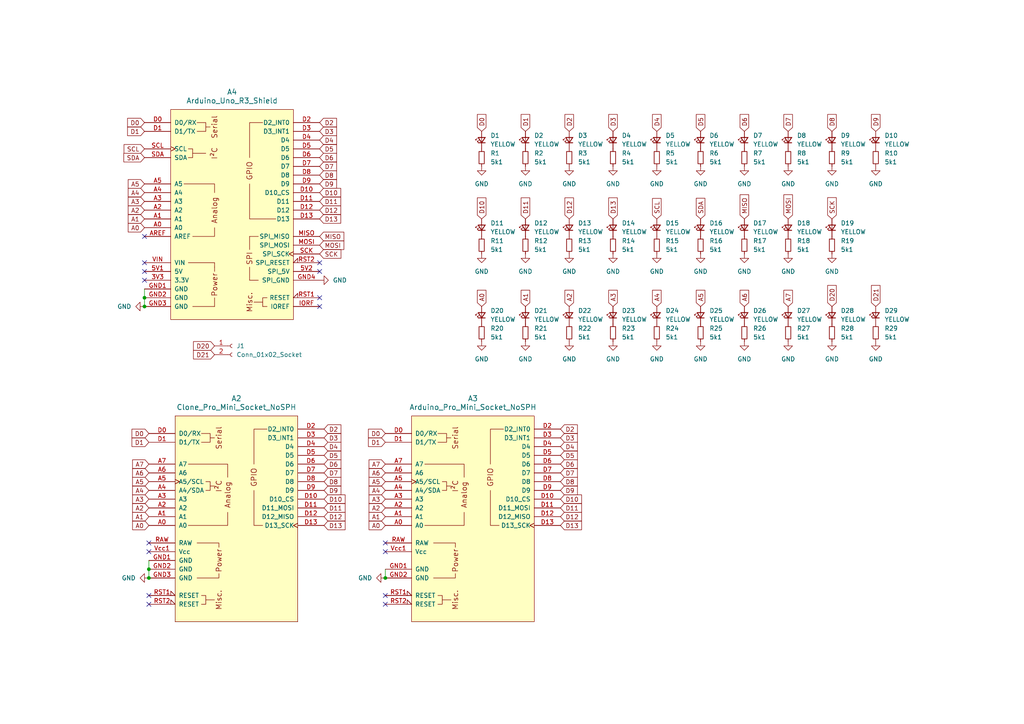
<source format=kicad_sch>
(kicad_sch (version 20230121) (generator eeschema)
  (paper "A4")
  (title_block (title "RP2040-PinTest-0010") (date "2023-11-27") (rev "1.0") (company "(c) Andriy Golvonya"))
  (lib_symbols
    (symbol "Connector:Conn_01x02_Socket" (pin_names (offset 1.016) hide)
      (property "Reference" "J" (at 0 2.54 0))
      (property "Value" "Conn_01x02_Socket" (at 0 -5.08 0))
      (symbol "Conn_01x02_Socket_1_1"
        (arc (start 0 -2.032) (mid -0.5058 -2.54) (end 0 -3.048) (stroke (width 0.1524)))
        (polyline (pts (xy -1.27 -2.54) (xy -0.508 -2.54)) (stroke (width 0.1524)))
        (polyline (pts (xy -1.27 0) (xy -0.508 0)) (stroke (width 0.1524)))
        (arc (start 0 0.508) (mid -0.5058 0) (end 0 -0.508) (stroke (width 0.1524)))
        (pin passive line (at -5.08 0 0) (length 3.81) (name "Pin_1") (number "1"))
        (pin passive line (at -5.08 -2.54 0) (length 3.81) (name "Pin_2") (number "2"))
      )
    )
    (symbol "Device:LED_Small" (pin_numbers hide) (pin_names (offset 0.254) hide)
      (property "Reference" "D" (at -1.27 3.175 0))
      (property "Value" "LED_Small" (at -4.445 -2.54 0))
      (symbol "LED_Small_0_1"
        (polyline (pts (xy -0.762 -1.016) (xy -0.762 1.016)) (stroke (width 0.254)))
        (polyline (pts (xy 1.016 0) (xy -0.762 0)))
        (polyline (pts (xy 0.762 -1.016) (xy -0.762 0) (xy 0.762 1.016) (xy 0.762 -1.016)) (stroke (width 0.254)))
        (polyline (pts (xy 0 0.762) (xy -0.508 1.27) (xy -0.254 1.27) (xy -0.508 1.27) (xy -0.508 1.016)))
        (polyline (pts (xy 0.508 1.27) (xy 0 1.778) (xy 0.254 1.778) (xy 0 1.778) (xy 0 1.524)))
      )
      (symbol "LED_Small_1_1"
        (pin passive line (at -2.54 0 0) (length 1.778) (name "K") (number "1"))
        (pin passive line (at 2.54 0 180) (length 1.778) (name "A") (number "2"))
      )
    )
    (symbol "Device:R_Small" (pin_numbers hide) (pin_names (offset 0.254) hide)
      (property "Reference" "R" (at 0.762 0.508 0))
      (property "Value" "R_Small" (at 0.762 -1.016 0))
      (symbol "R_Small_0_1"
        (rectangle (start -0.762 1.778) (end 0.762 -1.778) (stroke (width 0.2032)))
      )
      (symbol "R_Small_1_1"
        (pin passive line (at 0 2.54 270) (length 0.762) (name "~") (number "1"))
        (pin passive line (at 0 -2.54 90) (length 0.762) (name "~") (number "2"))
      )
    )
    (symbol "PCM_arduino-library:Arduino_Pro_Mini_Socket_NoSPH" (pin_names (offset 1.016))
      (property "Reference" "A" (at 0 36.83 0))
      (property "Value" "Arduino_Pro_Mini_Socket_NoSPH" (at 0 33.02 0))
      (symbol "Arduino_Pro_Mini_Socket_NoSPH_0_0"
        (rectangle (start -17.78 30.48) (end 17.78 -29.21) (fill (type background)))
        (polyline (pts (xy -7.62 10.16) (xy -6.35 10.16)))
        (polyline (pts (xy -7.62 24.13) (xy -6.35 24.13)))
        (polyline (pts (xy -6.35 -22.86) (xy -8.89 -22.86)))
        (polyline (pts (xy -11.43 -16.51) (xy -5.08 -16.51) (xy -5.08 -15.24)))
        (polyline (pts (xy -5.08 -7.62) (xy -5.08 -6.35) (xy -11.43 -6.35)))
        (polyline (pts (xy -2.54 2.54) (xy -2.54 -1.27) (xy -13.97 -1.27)))
        (polyline (pts (xy -2.54 12.7) (xy -2.54 16.51) (xy -13.97 16.51)))
        (polyline (pts (xy -10.16 25.4) (xy -7.62 25.4) (xy -7.62 22.86) (xy -10.16 22.86)))
        (polyline (pts (xy -8.89 11.43) (xy -7.62 11.43) (xy -7.62 8.89) (xy -8.89 8.89)))
        (text "Analog" (at -2.54 7.62 900) (effects (font (size 1.524 1.524))))
        (text "I²C" (at -5.08 10.16 900) (effects (font (size 1.524 1.524))))
        (text "Misc." (at -5.08 -22.86 900) (effects (font (size 1.524 1.524))))
        (text "Power" (at -5.08 -11.43 900) (effects (font (size 1.524 1.524))))
        (text "Serial" (at -5.08 24.13 900) (effects (font (size 1.524 1.524))))
      )
      (symbol "Arduino_Pro_Mini_Socket_NoSPH_0_1"
        (polyline (pts (xy 7.62 -1.27) (xy 5.08 -1.27) (xy 5.08 8.89)))
        (polyline (pts (xy 8.89 26.67) (xy 5.08 26.67) (xy 5.08 16.51)))
        (polyline (pts (xy -10.16 -24.13) (xy -8.89 -24.13) (xy -8.89 -21.59) (xy -10.16 -21.59)))
      )
      (symbol "Arduino_Pro_Mini_Socket_NoSPH_1_0"
        (text "GPIO" (at 5.08 12.7 900) (effects (font (size 1.524 1.524))))
      )
      (symbol "Arduino_Pro_Mini_Socket_NoSPH_1_1"
        (pin bidirectional line (at -25.4 -1.27 0) (length 7.62) (name "A0") (number "A0"))
        (pin bidirectional line (at -25.4 1.27 0) (length 7.62) (name "A1") (number "A1"))
        (pin bidirectional line (at -25.4 3.81 0) (length 7.62) (name "A2") (number "A2"))
        (pin bidirectional line (at -25.4 6.35 0) (length 7.62) (name "A3") (number "A3"))
        (pin bidirectional line (at -25.4 8.89 0) (length 7.62) (name "A4/SDA") (number "A4"))
        (pin bidirectional clock (at -25.4 11.43 0) (length 7.62) (name "A5/SCL") (number "A5"))
        (pin input line (at -25.4 13.97 0) (length 7.62) (name "A6") (number "A6"))
        (pin input line (at -25.4 16.51 0) (length 7.62) (name "A7") (number "A7"))
        (pin bidirectional line (at -25.4 25.4 0) (length 7.62) (name "D0/RX") (number "D0"))
        (pin bidirectional line (at -25.4 22.86 0) (length 7.62) (name "D1/TX") (number "D1"))
        (pin bidirectional line (at 25.4 6.35 180) (length 7.62) (name "D10_CS") (number "D10"))
        (pin bidirectional line (at 25.4 3.81 180) (length 7.62) (name "D11_MOSI") (number "D11"))
        (pin bidirectional line (at 25.4 1.27 180) (length 7.62) (name "D12_MISO") (number "D12"))
        (pin bidirectional clock (at 25.4 -1.27 180) (length 7.62) (name "D13_SCK") (number "D13"))
        (pin bidirectional line (at 25.4 26.67 180) (length 7.62) (name "D2_INT0") (number "D2"))
        (pin bidirectional line (at 25.4 24.13 180) (length 7.62) (name "D3_INT1") (number "D3"))
        (pin bidirectional line (at 25.4 21.59 180) (length 7.62) (name "D4") (number "D4"))
        (pin bidirectional line (at 25.4 19.05 180) (length 7.62) (name "D5") (number "D5"))
        (pin bidirectional line (at 25.4 16.51 180) (length 7.62) (name "D6") (number "D6"))
        (pin bidirectional line (at 25.4 13.97 180) (length 7.62) (name "D7") (number "D7"))
        (pin bidirectional line (at 25.4 11.43 180) (length 7.62) (name "D8") (number "D8"))
        (pin bidirectional line (at 25.4 8.89 180) (length 7.62) (name "D9") (number "D9"))
        (pin power_in line (at -25.4 -13.97 0) (length 7.62) (name "GND") (number "GND1"))
        (pin power_in line (at -25.4 -16.51 0) (length 7.62) (name "GND") (number "GND2"))
        (pin power_in line (at -25.4 -6.35 0) (length 7.62) (name "RAW") (number "RAW"))
        (pin open_collector input_low (at -25.4 -21.59 0) (length 7.62) (name "RESET") (number "RST1"))
        (pin open_collector input_low (at -25.4 -24.13 0) (length 7.62) (name "RESET") (number "RST2"))
        (pin power_in line (at -25.4 -8.89 0) (length 7.62) (name "Vcc") (number "Vcc1"))
      )
    )
    (symbol "PCM_arduino-library:Arduino_Uno_R3_Shield" (pin_names (offset 1.016))
      (property "Reference" "A" (at 0 36.83 0))
      (property "Value" "Arduino_Uno_R3_Shield" (at 0 33.02 0))
      (symbol "Arduino_Uno_R3_Shield_0_0"
        (rectangle (start -17.78 30.48) (end 17.78 -30.48) (fill (type background)))
        (rectangle (start -12.7 -13.97) (end -5.08 -13.97))
        (rectangle (start -11.43 -26.67) (end -5.08 -26.67))
        (polyline (pts (xy -11.43 17.78) (xy -7.62 17.78)))
        (polyline (pts (xy -7.62 25.4) (xy -6.35 25.4)))
        (polyline (pts (xy -5.08 -26.67) (xy -5.08 -24.13)))
        (polyline (pts (xy -5.08 -15.24) (xy -5.08 -16.51)))
        (polyline (pts (xy -5.08 -13.97) (xy -5.08 -15.24)))
        (polyline (pts (xy -5.08 -3.81) (xy -5.08 -6.35) (xy -11.43 -6.35)))
        (polyline (pts (xy -5.08 6.35) (xy -5.08 8.89) (xy -13.97 8.89)))
        (polyline (pts (xy 5.08 8.89) (xy 5.08 -1.27) (xy 12.7 -1.27)))
        (polyline (pts (xy 5.08 16.51) (xy 5.08 26.67) (xy 8.89 26.67)))
        (polyline (pts (xy -12.7 19.05) (xy -11.43 19.05) (xy -11.43 16.51) (xy -12.7 16.51)))
        (polyline (pts (xy -10.16 26.67) (xy -7.62 26.67) (xy -7.62 24.13) (xy -10.16 24.13)))
        (rectangle (start 5.08 -19.05) (end 5.08 -15.24))
        (rectangle (start 5.08 -19.05) (end 7.62 -19.05))
        (rectangle (start 5.08 -10.16) (end 5.08 -6.35))
        (rectangle (start 7.62 -6.35) (end 5.08 -6.35))
        (rectangle (start 8.89 -25.4) (end 6.35 -25.4))
        (rectangle (start 8.89 -24.13) (end 8.89 -26.67))
        (rectangle (start 10.16 -26.67) (end 8.89 -26.67))
        (rectangle (start 10.16 -24.13) (end 8.89 -24.13))
        (text "Analog" (at -5.08 1.27 900) (effects (font (size 1.524 1.524))))
        (text "I²C" (at -5.08 17.78 900) (effects (font (size 1.524 1.524))))
        (text "Misc." (at 5.08 -25.4 900) (effects (font (size 1.524 1.524))))
        (text "Power" (at -5.08 -20.32 900) (effects (font (size 1.524 1.524))))
        (text "Serial" (at -5.08 25.4 900) (effects (font (size 1.524 1.524))))
        (text "SPI" (at 5.08 -12.7 900) (effects (font (size 1.524 1.524))))
      )
      (symbol "Arduino_Uno_R3_Shield_1_0"
        (text "GPIO" (at 5.08 12.7 900) (effects (font (size 1.524 1.524))))
      )
      (symbol "Arduino_Uno_R3_Shield_1_1"
        (pin power_out line (at -25.4 -19.05 0) (length 7.62) (name "3.3V") (number "3V3"))
        (pin power_in line (at -25.4 -16.51 0) (length 7.62) (name "5V") (number "5V1"))
        (pin power_in line (at 25.4 -16.51 180) (length 7.62) (name "SPI_5V") (number "5V2"))
        (pin bidirectional line (at -25.4 -3.81 0) (length 7.62) (name "A0") (number "A0"))
        (pin bidirectional line (at -25.4 -1.27 0) (length 7.62) (name "A1") (number "A1"))
        (pin bidirectional line (at -25.4 1.27 0) (length 7.62) (name "A2") (number "A2"))
        (pin bidirectional line (at -25.4 3.81 0) (length 7.62) (name "A3") (number "A3"))
        (pin bidirectional line (at -25.4 6.35 0) (length 7.62) (name "A4") (number "A4"))
        (pin bidirectional line (at -25.4 8.89 0) (length 7.62) (name "A5") (number "A5"))
        (pin input line (at -25.4 -6.35 0) (length 7.62) (name "AREF") (number "AREF"))
        (pin bidirectional line (at -25.4 26.67 0) (length 7.62) (name "D0/RX") (number "D0"))
        (pin bidirectional line (at -25.4 24.13 0) (length 7.62) (name "D1/TX") (number "D1"))
        (pin bidirectional line (at 25.4 6.35 180) (length 7.62) (name "D10_CS") (number "D10"))
        (pin bidirectional line (at 25.4 3.81 180) (length 7.62) (name "D11") (number "D11"))
        (pin bidirectional line (at 25.4 1.27 180) (length 7.62) (name "D12") (number "D12"))
        (pin bidirectional line (at 25.4 -1.27 180) (length 7.62) (name "D13") (number "D13"))
        (pin bidirectional line (at 25.4 26.67 180) (length 7.62) (name "D2_INT0") (number "D2"))
        (pin bidirectional line (at 25.4 24.13 180) (length 7.62) (name "D3_INT1") (number "D3"))
        (pin bidirectional line (at 25.4 21.59 180) (length 7.62) (name "D4") (number "D4"))
        (pin bidirectional line (at 25.4 19.05 180) (length 7.62) (name "D5") (number "D5"))
        (pin bidirectional line (at 25.4 16.51 180) (length 7.62) (name "D6") (number "D6"))
        (pin bidirectional line (at 25.4 13.97 180) (length 7.62) (name "D7") (number "D7"))
        (pin bidirectional line (at 25.4 11.43 180) (length 7.62) (name "D8") (number "D8"))
        (pin bidirectional line (at 25.4 8.89 180) (length 7.62) (name "D9") (number "D9"))
        (pin power_in line (at -25.4 -21.59 0) (length 7.62) (name "GND") (number "GND1"))
        (pin power_in line (at -25.4 -24.13 0) (length 7.62) (name "GND") (number "GND2"))
        (pin power_in line (at -25.4 -26.67 0) (length 7.62) (name "GND") (number "GND3"))
        (pin power_in line (at 25.4 -19.05 180) (length 7.62) (name "SPI_GND") (number "GND4"))
        (pin output line (at 25.4 -26.67 180) (length 7.62) (name "IOREF") (number "IORF"))
        (pin input line (at 25.4 -6.35 180) (length 7.62) (name "SPI_MISO") (number "MISO"))
        (pin output line (at 25.4 -8.89 180) (length 7.62) (name "SPI_MOSI") (number "MOSI"))
        (pin open_collector input_low (at 25.4 -24.13 180) (length 7.62) (name "RESET") (number "RST1"))
        (pin open_collector input_low (at 25.4 -13.97 180) (length 7.62) (name "SPI_RESET") (number "RST2"))
        (pin output clock (at 25.4 -11.43 180) (length 7.62) (name "SPI_SCK") (number "SCK"))
        (pin bidirectional clock (at -25.4 19.05 0) (length 7.62) (name "SCL") (number "SCL"))
        (pin bidirectional line (at -25.4 16.51 0) (length 7.62) (name "SDA") (number "SDA"))
        (pin power_in line (at -25.4 -13.97 0) (length 7.62) (name "VIN") (number "VIN"))
      )
    )
    (symbol "PCM_arduino-library:Clone_Pro_Mini_Socket_NoSPH" (pin_names (offset 1.016))
      (property "Reference" "A" (at 0 36.83 0))
      (property "Value" "Clone_Pro_Mini_Socket_NoSPH" (at 0 33.02 0))
      (symbol "Clone_Pro_Mini_Socket_NoSPH_0_0"
        (rectangle (start -17.78 30.48) (end 17.78 -29.21) (fill (type background)))
        (polyline (pts (xy -7.62 10.16) (xy -6.35 10.16)))
        (polyline (pts (xy -7.62 24.13) (xy -6.35 24.13)))
        (polyline (pts (xy -6.35 -22.86) (xy -8.89 -22.86)))
        (polyline (pts (xy -11.43 -16.51) (xy -5.08 -16.51) (xy -5.08 -15.24)))
        (polyline (pts (xy -5.08 -7.62) (xy -5.08 -6.35) (xy -11.43 -6.35)))
        (polyline (pts (xy -2.54 2.54) (xy -2.54 -1.27) (xy -13.97 -1.27)))
        (polyline (pts (xy -2.54 12.7) (xy -2.54 16.51) (xy -13.97 16.51)))
        (polyline (pts (xy -10.16 25.4) (xy -7.62 25.4) (xy -7.62 22.86) (xy -10.16 22.86)))
        (polyline (pts (xy -8.89 11.43) (xy -7.62 11.43) (xy -7.62 8.89) (xy -8.89 8.89)))
        (text "Analog" (at -2.54 7.62 900) (effects (font (size 1.524 1.524))))
        (text "I²C" (at -5.08 10.16 900) (effects (font (size 1.524 1.524))))
        (text "Misc." (at -5.08 -22.86 900) (effects (font (size 1.524 1.524))))
        (text "Power" (at -5.08 -11.43 900) (effects (font (size 1.524 1.524))))
        (text "Serial" (at -5.08 24.13 900) (effects (font (size 1.524 1.524))))
      )
      (symbol "Clone_Pro_Mini_Socket_NoSPH_0_1"
        (polyline (pts (xy 7.62 -1.27) (xy 5.08 -1.27) (xy 5.08 8.89)))
        (polyline (pts (xy 8.89 26.67) (xy 5.08 26.67) (xy 5.08 16.51)))
        (polyline (pts (xy -10.16 -24.13) (xy -8.89 -24.13) (xy -8.89 -21.59) (xy -10.16 -21.59)))
      )
      (symbol "Clone_Pro_Mini_Socket_NoSPH_1_0"
        (text "GPIO" (at 5.08 12.7 900) (effects (font (size 1.524 1.524))))
      )
      (symbol "Clone_Pro_Mini_Socket_NoSPH_1_1"
        (pin bidirectional line (at -25.4 -1.27 0) (length 7.62) (name "A0") (number "A0"))
        (pin bidirectional line (at -25.4 1.27 0) (length 7.62) (name "A1") (number "A1"))
        (pin bidirectional line (at -25.4 3.81 0) (length 7.62) (name "A2") (number "A2"))
        (pin bidirectional line (at -25.4 6.35 0) (length 7.62) (name "A3") (number "A3"))
        (pin bidirectional line (at -25.4 8.89 0) (length 7.62) (name "A4/SDA") (number "A4"))
        (pin bidirectional clock (at -25.4 11.43 0) (length 7.62) (name "A5/SCL") (number "A5"))
        (pin input line (at -25.4 13.97 0) (length 7.62) (name "A6") (number "A6"))
        (pin input line (at -25.4 16.51 0) (length 7.62) (name "A7") (number "A7"))
        (pin bidirectional line (at -25.4 25.4 0) (length 7.62) (name "D0/RX") (number "D0"))
        (pin bidirectional line (at -25.4 22.86 0) (length 7.62) (name "D1/TX") (number "D1"))
        (pin bidirectional line (at 25.4 6.35 180) (length 7.62) (name "D10_CS") (number "D10"))
        (pin bidirectional line (at 25.4 3.81 180) (length 7.62) (name "D11_MOSI") (number "D11"))
        (pin bidirectional line (at 25.4 1.27 180) (length 7.62) (name "D12_MISO") (number "D12"))
        (pin bidirectional clock (at 25.4 -1.27 180) (length 7.62) (name "D13_SCK") (number "D13"))
        (pin bidirectional line (at 25.4 26.67 180) (length 7.62) (name "D2_INT0") (number "D2"))
        (pin bidirectional line (at 25.4 24.13 180) (length 7.62) (name "D3_INT1") (number "D3"))
        (pin bidirectional line (at 25.4 21.59 180) (length 7.62) (name "D4") (number "D4"))
        (pin bidirectional line (at 25.4 19.05 180) (length 7.62) (name "D5") (number "D5"))
        (pin bidirectional line (at 25.4 16.51 180) (length 7.62) (name "D6") (number "D6"))
        (pin bidirectional line (at 25.4 13.97 180) (length 7.62) (name "D7") (number "D7"))
        (pin bidirectional line (at 25.4 11.43 180) (length 7.62) (name "D8") (number "D8"))
        (pin bidirectional line (at 25.4 8.89 180) (length 7.62) (name "D9") (number "D9"))
        (pin power_in line (at -25.4 -11.43 0) (length 7.62) (name "GND") (number "GND1"))
        (pin power_in line (at -25.4 -13.97 0) (length 7.62) (name "GND") (number "GND2"))
        (pin power_in line (at -25.4 -16.51 0) (length 7.62) (name "GND") (number "GND3"))
        (pin power_in line (at -25.4 -6.35 0) (length 7.62) (name "RAW") (number "RAW"))
        (pin open_collector input_low (at -25.4 -21.59 0) (length 7.62) (name "RESET") (number "RST1"))
        (pin open_collector input_low (at -25.4 -24.13 0) (length 7.62) (name "RESET") (number "RST2"))
        (pin power_in line (at -25.4 -8.89 0) (length 7.62) (name "Vcc") (number "Vcc1"))
      )
    )
    (symbol "power:GND" (power) (pin_names (offset 0))
      (property "Value" "GND" (at 0 -3.81 0))
      (symbol "GND_0_1"
        (polyline (pts (xy 0 0) (xy 0 -1.27) (xy 1.27 -1.27) (xy 0 -2.54) (xy -1.27 -1.27) (xy 0 -1.27)))
      )
      (symbol "GND_1_1"
        (pin power_in line (at 0 0 270) (length 0) hide (name "GND") (number "1"))
      )
    )
  )
  (junction (at 111.76 167.64))
  (junction (at 43.18 165.1))
  (junction (at 41.91 88.9))
  (junction (at 41.91 86.36))
  (junction (at 43.18 167.64))
  (no_connect (at 41.91 76.2))
  (no_connect (at 43.18 175.26))
  (no_connect (at 111.76 157.48))
  (no_connect (at 111.76 175.26))
  (no_connect (at 92.71 78.74))
  (no_connect (at 41.91 68.58))
  (no_connect (at 111.76 172.72))
  (no_connect (at 111.76 160.02))
  (no_connect (at 92.71 88.9))
  (no_connect (at 41.91 78.74))
  (no_connect (at 92.71 76.2))
  (no_connect (at 43.18 160.02))
  (no_connect (at 41.91 81.28))
  (no_connect (at 92.71 86.36))
  (no_connect (at 43.18 157.48))
  (no_connect (at 43.18 172.72))
  (wire (pts (xy 43.18 165.1) (xy 43.18 167.64)))
  (wire (pts (xy 41.91 83.82) (xy 41.91 86.36)))
  (wire (pts (xy 41.91 86.36) (xy 41.91 88.9)))
  (wire (pts (xy 111.76 165.1) (xy 111.76 167.64)))
  (wire (pts (xy 43.18 162.56) (xy 43.18 165.1)))
  (global_label "A3" (shape input) (at 177.8 88.9 90) (property "Intersheetrefs" "${INTERSHEET_REFS}" (effects hide)))
  (global_label "D4" (shape input) (at 162.56 129.54 0) (property "Intersheetrefs" "${INTERSHEET_REFS}" (effects hide)))
  (global_label "A2" (shape input) (at 111.76 147.32 180) (property "Intersheetrefs" "${INTERSHEET_REFS}" (effects hide)))
  (global_label "A0" (shape input) (at 41.91 66.04 180) (property "Intersheetrefs" "${INTERSHEET_REFS}" (effects hide)))
  (global_label "D10" (shape input) (at 92.71 55.88 0) (property "Intersheetrefs" "${INTERSHEET_REFS}" (effects hide)))
  (global_label "D10" (shape input) (at 162.56 144.78 0) (property "Intersheetrefs" "${INTERSHEET_REFS}" (effects hide)))
  (global_label "D7" (shape input) (at 162.56 137.16 0) (property "Intersheetrefs" "${INTERSHEET_REFS}" (effects hide)))
  (global_label "D8" (shape input) (at 92.71 50.8 0) (property "Intersheetrefs" "${INTERSHEET_REFS}" (effects hide)))
  (global_label "A4" (shape input) (at 190.5 88.9 90) (property "Intersheetrefs" "${INTERSHEET_REFS}" (effects hide)))
  (global_label "D8" (shape input) (at 93.98 139.7 0) (property "Intersheetrefs" "${INTERSHEET_REFS}" (effects hide)))
  (global_label "D11" (shape input) (at 162.56 147.32 0) (property "Intersheetrefs" "${INTERSHEET_REFS}" (effects hide)))
  (global_label "A6" (shape input) (at 43.18 137.16 180) (property "Intersheetrefs" "${INTERSHEET_REFS}" (effects hide)))
  (global_label "D7" (shape input) (at 228.6 38.1 90) (property "Intersheetrefs" "${INTERSHEET_REFS}" (effects hide)))
  (global_label "A2" (shape input) (at 41.91 60.96 180) (property "Intersheetrefs" "${INTERSHEET_REFS}" (effects hide)))
  (global_label "A0" (shape input) (at 43.18 152.4 180) (property "Intersheetrefs" "${INTERSHEET_REFS}" (effects hide)))
  (global_label "D8" (shape input) (at 241.3 38.1 90) (property "Intersheetrefs" "${INTERSHEET_REFS}" (effects hide)))
  (global_label "D9" (shape input) (at 162.56 142.24 0) (property "Intersheetrefs" "${INTERSHEET_REFS}" (effects hide)))
  (global_label "A3" (shape input) (at 111.76 144.78 180) (property "Intersheetrefs" "${INTERSHEET_REFS}" (effects hide)))
  (global_label "D11" (shape input) (at 93.98 147.32 0) (property "Intersheetrefs" "${INTERSHEET_REFS}" (effects hide)))
  (global_label "D9" (shape input) (at 92.71 53.34 0) (property "Intersheetrefs" "${INTERSHEET_REFS}" (effects hide)))
  (global_label "A3" (shape input) (at 43.18 144.78 180) (property "Intersheetrefs" "${INTERSHEET_REFS}" (effects hide)))
  (global_label "D6" (shape input) (at 215.9 38.1 90) (property "Intersheetrefs" "${INTERSHEET_REFS}" (effects hide)))
  (global_label "SDA" (shape input) (at 203.2 63.5 90) (property "Intersheetrefs" "${INTERSHEET_REFS}" (effects hide)))
  (global_label "D0" (shape input) (at 43.18 125.73 180) (property "Intersheetrefs" "${INTERSHEET_REFS}" (effects hide)))
  (global_label "D0" (shape input) (at 41.91 35.56 180) (property "Intersheetrefs" "${INTERSHEET_REFS}" (effects hide)))
  (global_label "D9" (shape input) (at 254 38.1 90) (property "Intersheetrefs" "${INTERSHEET_REFS}" (effects hide)))
  (global_label "A1" (shape input) (at 111.76 149.86 180) (property "Intersheetrefs" "${INTERSHEET_REFS}" (effects hide)))
  (global_label "D12" (shape input) (at 162.56 149.86 0) (property "Intersheetrefs" "${INTERSHEET_REFS}" (effects hide)))
  (global_label "SDA" (shape input) (at 41.91 45.72 180) (property "Intersheetrefs" "${INTERSHEET_REFS}" (effects hide)))
  (global_label "A1" (shape input) (at 152.4 88.9 90) (property "Intersheetrefs" "${INTERSHEET_REFS}" (effects hide)))
  (global_label "A1" (shape input) (at 41.91 63.5 180) (property "Intersheetrefs" "${INTERSHEET_REFS}" (effects hide)))
  (global_label "D6" (shape input) (at 162.56 134.62 0) (property "Intersheetrefs" "${INTERSHEET_REFS}" (effects hide)))
  (global_label "D12" (shape input) (at 165.1 63.5 90) (property "Intersheetrefs" "${INTERSHEET_REFS}" (effects hide)))
  (global_label "D6" (shape input) (at 92.71 45.72 0) (property "Intersheetrefs" "${INTERSHEET_REFS}" (effects hide)))
  (global_label "SCL" (shape input) (at 190.5 63.5 90) (property "Intersheetrefs" "${INTERSHEET_REFS}" (effects hide)))
  (global_label "D11" (shape input) (at 92.71 58.42 0) (property "Intersheetrefs" "${INTERSHEET_REFS}" (effects hide)))
  (global_label "D20" (shape input) (at 241.3 88.9 90) (property "Intersheetrefs" "${INTERSHEET_REFS}" (effects hide)))
  (global_label "D9" (shape input) (at 93.98 142.24 0) (property "Intersheetrefs" "${INTERSHEET_REFS}" (effects hide)))
  (global_label "MOSI" (shape input) (at 92.71 71.12 0) (property "Intersheetrefs" "${INTERSHEET_REFS}" (effects hide)))
  (global_label "D1" (shape input) (at 111.76 128.27 180) (property "Intersheetrefs" "${INTERSHEET_REFS}" (effects hide)))
  (global_label "A4" (shape input) (at 43.18 142.24 180) (property "Intersheetrefs" "${INTERSHEET_REFS}" (effects hide)))
  (global_label "D13" (shape input) (at 92.71 63.5 0) (property "Intersheetrefs" "${INTERSHEET_REFS}" (effects hide)))
  (global_label "D0" (shape input) (at 111.76 125.73 180) (property "Intersheetrefs" "${INTERSHEET_REFS}" (effects hide)))
  (global_label "D7" (shape input) (at 92.71 48.26 0) (property "Intersheetrefs" "${INTERSHEET_REFS}" (effects hide)))
  (global_label "D13" (shape input) (at 177.8 63.5 90) (property "Intersheetrefs" "${INTERSHEET_REFS}" (effects hide)))
  (global_label "A4" (shape input) (at 111.76 142.24 180) (property "Intersheetrefs" "${INTERSHEET_REFS}" (effects hide)))
  (global_label "D3" (shape input) (at 162.56 127 0) (property "Intersheetrefs" "${INTERSHEET_REFS}" (effects hide)))
  (global_label "A5" (shape input) (at 41.91 53.34 180) (property "Intersheetrefs" "${INTERSHEET_REFS}" (effects hide)))
  (global_label "A6" (shape input) (at 111.76 137.16 180) (property "Intersheetrefs" "${INTERSHEET_REFS}" (effects hide)))
  (global_label "A0" (shape input) (at 139.7 88.9 90) (property "Intersheetrefs" "${INTERSHEET_REFS}" (effects hide)))
  (global_label "D5" (shape input) (at 93.98 132.08 0) (property "Intersheetrefs" "${INTERSHEET_REFS}" (effects hide)))
  (global_label "A5" (shape input) (at 43.18 139.7 180) (property "Intersheetrefs" "${INTERSHEET_REFS}" (effects hide)))
  (global_label "D10" (shape input) (at 139.7 63.5 90) (property "Intersheetrefs" "${INTERSHEET_REFS}" (effects hide)))
  (global_label "D6" (shape input) (at 93.98 134.62 0) (property "Intersheetrefs" "${INTERSHEET_REFS}" (effects hide)))
  (global_label "D8" (shape input) (at 162.56 139.7 0) (property "Intersheetrefs" "${INTERSHEET_REFS}" (effects hide)))
  (global_label "A1" (shape input) (at 43.18 149.86 180) (property "Intersheetrefs" "${INTERSHEET_REFS}" (effects hide)))
  (global_label "D4" (shape input) (at 93.98 129.54 0) (property "Intersheetrefs" "${INTERSHEET_REFS}" (effects hide)))
  (global_label "A2" (shape input) (at 43.18 147.32 180) (property "Intersheetrefs" "${INTERSHEET_REFS}" (effects hide)))
  (global_label "D21" (shape input) (at 254 88.9 90) (property "Intersheetrefs" "${INTERSHEET_REFS}" (effects hide)))
  (global_label "D1" (shape input) (at 43.18 128.27 180) (property "Intersheetrefs" "${INTERSHEET_REFS}" (effects hide)))
  (global_label "D12" (shape input) (at 92.71 60.96 0) (property "Intersheetrefs" "${INTERSHEET_REFS}" (effects hide)))
  (global_label "A7" (shape input) (at 111.76 134.62 180) (property "Intersheetrefs" "${INTERSHEET_REFS}" (effects hide)))
  (global_label "D13" (shape input) (at 93.98 152.4 0) (property "Intersheetrefs" "${INTERSHEET_REFS}" (effects hide)))
  (global_label "D5" (shape input) (at 203.2 38.1 90) (property "Intersheetrefs" "${INTERSHEET_REFS}" (effects hide)))
  (global_label "MOSI" (shape input) (at 228.6 63.5 90) (property "Intersheetrefs" "${INTERSHEET_REFS}" (effects hide)))
  (global_label "D1" (shape input) (at 41.91 38.1 180) (property "Intersheetrefs" "${INTERSHEET_REFS}" (effects hide)))
  (global_label "D4" (shape input) (at 92.71 40.64 0) (property "Intersheetrefs" "${INTERSHEET_REFS}" (effects hide)))
  (global_label "A5" (shape input) (at 203.2 88.9 90) (property "Intersheetrefs" "${INTERSHEET_REFS}" (effects hide)))
  (global_label "D13" (shape input) (at 162.56 152.4 0) (property "Intersheetrefs" "${INTERSHEET_REFS}" (effects hide)))
  (global_label "D4" (shape input) (at 190.5 38.1 90) (property "Intersheetrefs" "${INTERSHEET_REFS}" (effects hide)))
  (global_label "A0" (shape input) (at 111.76 152.4 180) (property "Intersheetrefs" "${INTERSHEET_REFS}" (effects hide)))
  (global_label "D3" (shape input) (at 93.98 127 0) (property "Intersheetrefs" "${INTERSHEET_REFS}" (effects hide)))
  (global_label "A6" (shape input) (at 215.9 88.9 90) (property "Intersheetrefs" "${INTERSHEET_REFS}" (effects hide)))
  (global_label "D12" (shape input) (at 93.98 149.86 0) (property "Intersheetrefs" "${INTERSHEET_REFS}" (effects hide)))
  (global_label "D21" (shape input) (at 62.23 102.87 180) (property "Intersheetrefs" "${INTERSHEET_REFS}" (effects hide)))
  (global_label "D10" (shape input) (at 93.98 144.78 0) (property "Intersheetrefs" "${INTERSHEET_REFS}" (effects hide)))
  (global_label "D11" (shape input) (at 152.4 63.5 90) (property "Intersheetrefs" "${INTERSHEET_REFS}" (effects hide)))
  (global_label "D2" (shape input) (at 93.98 124.46 0) (property "Intersheetrefs" "${INTERSHEET_REFS}" (effects hide)))
  (global_label "MISO" (shape input) (at 215.9 63.5 90) (property "Intersheetrefs" "${INTERSHEET_REFS}" (effects hide)))
  (global_label "D5" (shape input) (at 162.56 132.08 0) (property "Intersheetrefs" "${INTERSHEET_REFS}" (effects hide)))
  (global_label "A5" (shape input) (at 111.76 139.7 180) (property "Intersheetrefs" "${INTERSHEET_REFS}" (effects hide)))
  (global_label "D2" (shape input) (at 162.56 124.46 0) (property "Intersheetrefs" "${INTERSHEET_REFS}" (effects hide)))
  (global_label "MISO" (shape input) (at 92.71 68.58 0) (property "Intersheetrefs" "${INTERSHEET_REFS}" (effects hide)))
  (global_label "D0" (shape input) (at 139.7 38.1 90) (property "Intersheetrefs" "${INTERSHEET_REFS}" (effects hide)))
  (global_label "SCK" (shape input) (at 241.3 63.5 90) (property "Intersheetrefs" "${INTERSHEET_REFS}" (effects hide)))
  (global_label "A3" (shape input) (at 41.91 58.42 180) (property "Intersheetrefs" "${INTERSHEET_REFS}" (effects hide)))
  (global_label "D3" (shape input) (at 92.71 38.1 0) (property "Intersheetrefs" "${INTERSHEET_REFS}" (effects hide)))
  (global_label "A2" (shape input) (at 165.1 88.9 90) (property "Intersheetrefs" "${INTERSHEET_REFS}" (effects hide)))
  (global_label "D20" (shape input) (at 62.23 100.33 180) (property "Intersheetrefs" "${INTERSHEET_REFS}" (effects hide)))
  (global_label "A7" (shape input) (at 43.18 134.62 180) (property "Intersheetrefs" "${INTERSHEET_REFS}" (effects hide)))
  (global_label "D7" (shape input) (at 93.98 137.16 0) (property "Intersheetrefs" "${INTERSHEET_REFS}" (effects hide)))
  (global_label "D3" (shape input) (at 177.8 38.1 90) (property "Intersheetrefs" "${INTERSHEET_REFS}" (effects hide)))
  (global_label "D2" (shape input) (at 165.1 38.1 90) (property "Intersheetrefs" "${INTERSHEET_REFS}" (effects hide)))
  (global_label "A7" (shape input) (at 228.6 88.9 90) (property "Intersheetrefs" "${INTERSHEET_REFS}" (effects hide)))
  (global_label "A4" (shape input) (at 41.91 55.88 180) (property "Intersheetrefs" "${INTERSHEET_REFS}" (effects hide)))
  (global_label "SCL" (shape input) (at 41.91 43.18 180) (property "Intersheetrefs" "${INTERSHEET_REFS}" (effects hide)))
  (global_label "SCK" (shape input) (at 92.71 73.66 0) (property "Intersheetrefs" "${INTERSHEET_REFS}" (effects hide)))
  (global_label "D5" (shape input) (at 92.71 43.18 0) (property "Intersheetrefs" "${INTERSHEET_REFS}" (effects hide)))
  (global_label "D1" (shape input) (at 152.4 38.1 90) (property "Intersheetrefs" "${INTERSHEET_REFS}" (effects hide)))
  (global_label "D2" (shape input) (at 92.71 35.56 0) (property "Intersheetrefs" "${INTERSHEET_REFS}" (effects hide)))
  (symbol (lib_id "Device:LED_Small") (at 152.4 66.04 90) (unit 1)
    (property "Reference" "D12" (at 154.94 64.7065 90) (effects (justify right)))
    (property "Value" "YELLOW" (at 154.94 67.2465 90) (effects (justify right)))
    (property "Footprint" "LED_SMD:LED_0603_1608Metric" (effects hide))
  )
  (symbol (lib_id "power:GND") (at 165.1 99.06 0) (unit 1)
    (property "Reference" "#PWR026" (effects hide))
    (property "Value" "GND" (at 165.1 104.14 0))
  )
  (symbol (lib_id "power:GND") (at 41.91 88.9 270) (unit 1)
    (property "Reference" "#PWR01" (effects hide))
    (property "Value" "GND" (at 38.1 88.9 90) (effects (justify right)))
  )
  (symbol (lib_id "Connector:Conn_01x02_Socket") (at 67.31 100.33 0) (unit 1)
    (property "Reference" "J1" (at 68.58 100.33 0) (effects (justify left)))
    (property "Value" "Conn_01x02_Socket" (at 68.58 102.87 0) (effects (justify left)))
    (property "Footprint" "Connector_PinSocket_2.54mm:PinSocket_1x02_P2.54mm_Vertical" (effects hide))
  )
  (symbol (lib_id "power:GND") (at 254 48.26 0) (unit 1)
    (property "Reference" "#PWR014" (effects hide))
    (property "Value" "GND" (at 254 53.34 0))
  )
  (symbol (lib_id "Device:R_Small") (at 241.3 96.52 0) (unit 1)
    (property "Reference" "R28" (at 243.84 95.25 0) (effects (justify left)))
    (property "Value" "5k1" (at 243.84 97.79 0) (effects (justify left)))
    (property "Footprint" "Resistor_SMD:R_0603_1608Metric" (effects hide))
  )
  (symbol (lib_id "power:GND") (at 228.6 48.26 0) (unit 1)
    (property "Reference" "#PWR012" (effects hide))
    (property "Value" "GND" (at 228.6 53.34 0))
  )
  (symbol (lib_id "power:GND") (at 92.71 81.28 90) (unit 1)
    (property "Reference" "#PWR04" (effects hide))
    (property "Value" "GND" (at 96.52 81.28 90) (effects (justify right)))
  )
  (symbol (lib_id "Device:R_Small") (at 152.4 71.12 0) (unit 1)
    (property "Reference" "R12" (at 154.94 69.85 0) (effects (justify left)))
    (property "Value" "5k1" (at 154.94 72.39 0) (effects (justify left)))
    (property "Footprint" "Resistor_SMD:R_0603_1608Metric" (effects hide))
  )
  (symbol (lib_id "power:GND") (at 111.76 167.64 270) (unit 1)
    (property "Reference" "#PWR03" (effects hide))
    (property "Value" "GND" (at 107.95 167.64 90) (effects (justify right)))
  )
  (symbol (lib_id "Device:LED_Small") (at 254 40.64 90) (unit 1)
    (property "Reference" "D10" (at 256.54 39.3065 90) (effects (justify right)))
    (property "Value" "YELLOW" (at 256.54 41.8465 90) (effects (justify right)))
    (property "Footprint" "LED_SMD:LED_0603_1608Metric" (effects hide))
  )
  (symbol (lib_id "power:GND") (at 177.8 48.26 0) (unit 1)
    (property "Reference" "#PWR08" (effects hide))
    (property "Value" "GND" (at 177.8 53.34 0))
  )
  (symbol (lib_id "Device:LED_Small") (at 190.5 66.04 90) (unit 1)
    (property "Reference" "D15" (at 193.04 64.7065 90) (effects (justify right)))
    (property "Value" "YELLOW" (at 193.04 67.2465 90) (effects (justify right)))
    (property "Footprint" "LED_SMD:LED_0603_1608Metric" (effects hide))
  )
  (symbol (lib_id "Device:LED_Small") (at 203.2 40.64 90) (unit 1)
    (property "Reference" "D6" (at 205.74 39.3065 90) (effects (justify right)))
    (property "Value" "YELLOW" (at 205.74 41.8465 90) (effects (justify right)))
    (property "Footprint" "LED_SMD:LED_0603_1608Metric" (effects hide))
  )
  (symbol (lib_id "Device:R_Small") (at 177.8 45.72 0) (unit 1)
    (property "Reference" "R4" (at 180.34 44.45 0) (effects (justify left)))
    (property "Value" "5k1" (at 180.34 46.99 0) (effects (justify left)))
    (property "Footprint" "Resistor_SMD:R_0603_1608Metric" (effects hide))
  )
  (symbol (lib_id "Device:R_Small") (at 165.1 71.12 0) (unit 1)
    (property "Reference" "R13" (at 167.64 69.85 0) (effects (justify left)))
    (property "Value" "5k1" (at 167.64 72.39 0) (effects (justify left)))
    (property "Footprint" "Resistor_SMD:R_0603_1608Metric" (effects hide))
  )
  (symbol (lib_id "power:GND") (at 203.2 48.26 0) (unit 1)
    (property "Reference" "#PWR010" (effects hide))
    (property "Value" "GND" (at 203.2 53.34 0))
  )
  (symbol (lib_id "Device:LED_Small") (at 139.7 91.44 90) (unit 1)
    (property "Reference" "D20" (at 142.24 90.1065 90) (effects (justify right)))
    (property "Value" "YELLOW" (at 142.24 92.6465 90) (effects (justify right)))
    (property "Footprint" "LED_SMD:LED_0603_1608Metric" (effects hide))
  )
  (symbol (lib_id "Device:R_Small") (at 139.7 45.72 0) (unit 1)
    (property "Reference" "R1" (at 142.24 44.45 0) (effects (justify left)))
    (property "Value" "5k1" (at 142.24 46.99 0) (effects (justify left)))
    (property "Footprint" "Resistor_SMD:R_0603_1608Metric" (effects hide))
  )
  (symbol (lib_id "power:GND") (at 215.9 73.66 0) (unit 1)
    (property "Reference" "#PWR021" (effects hide))
    (property "Value" "GND" (at 215.9 78.74 0))
  )
  (symbol (lib_id "Device:LED_Small") (at 152.4 40.64 90) (unit 1)
    (property "Reference" "D2" (at 154.94 39.3065 90) (effects (justify right)))
    (property "Value" "YELLOW" (at 154.94 41.8465 90) (effects (justify right)))
    (property "Footprint" "LED_SMD:LED_0603_1608Metric" (effects hide))
  )
  (symbol (lib_id "Device:R_Small") (at 165.1 96.52 0) (unit 1)
    (property "Reference" "R22" (at 167.64 95.25 0) (effects (justify left)))
    (property "Value" "5k1" (at 167.64 97.79 0) (effects (justify left)))
    (property "Footprint" "Resistor_SMD:R_0603_1608Metric" (effects hide))
  )
  (symbol (lib_id "Device:LED_Small") (at 254 91.44 90) (unit 1)
    (property "Reference" "D29" (at 256.54 90.1065 90) (effects (justify right)))
    (property "Value" "YELLOW" (at 256.54 92.6465 90) (effects (justify right)))
    (property "Footprint" "LED_SMD:LED_0603_1608Metric" (effects hide))
  )
  (symbol (lib_id "power:GND") (at 165.1 73.66 0) (unit 1)
    (property "Reference" "#PWR017" (effects hide))
    (property "Value" "GND" (at 165.1 78.74 0))
  )
  (symbol (lib_id "Device:LED_Small") (at 152.4 91.44 90) (unit 1)
    (property "Reference" "D21" (at 154.94 90.1065 90) (effects (justify right)))
    (property "Value" "YELLOW" (at 154.94 92.6465 90) (effects (justify right)))
    (property "Footprint" "LED_SMD:LED_0603_1608Metric" (effects hide))
  )
  (symbol (lib_id "power:GND") (at 139.7 73.66 0) (unit 1)
    (property "Reference" "#PWR015" (effects hide))
    (property "Value" "GND" (at 139.7 78.74 0))
  )
  (symbol (lib_id "power:GND") (at 152.4 73.66 0) (unit 1)
    (property "Reference" "#PWR016" (effects hide))
    (property "Value" "GND" (at 152.4 78.74 0))
  )
  (symbol (lib_id "power:GND") (at 152.4 99.06 0) (unit 1)
    (property "Reference" "#PWR025" (effects hide))
    (property "Value" "GND" (at 152.4 104.14 0))
  )
  (symbol (lib_id "PCM_arduino-library:Arduino_Uno_R3_Shield") (at 67.31 62.23 0) (unit 1)
    (property "Reference" "A4" (at 67.31 26.67 0) (effects (font (size 1.524 1.524))))
    (property "Value" "Arduino_Uno_R3_Shield" (at 67.31 29.21 0) (effects (font (size 1.524 1.524))))
    (property "Footprint" "PCM_arduino-library:Arduino_Uno_R3_Shield" (effects hide))
    (property "Datasheet" "https://docs.arduino.cc/hardware/uno-rev3" (effects hide))
  )
  (symbol (lib_id "Device:LED_Small") (at 177.8 66.04 90) (unit 1)
    (property "Reference" "D14" (at 180.34 64.7065 90) (effects (justify right)))
    (property "Value" "YELLOW" (at 180.34 67.2465 90) (effects (justify right)))
    (property "Footprint" "LED_SMD:LED_0603_1608Metric" (effects hide))
  )
  (symbol (lib_id "Device:LED_Small") (at 241.3 40.64 90) (unit 1)
    (property "Reference" "D9" (at 243.84 39.3065 90) (effects (justify right)))
    (property "Value" "YELLOW" (at 243.84 41.8465 90) (effects (justify right)))
    (property "Footprint" "LED_SMD:LED_0603_1608Metric" (effects hide))
  )
  (symbol (lib_id "power:GND") (at 190.5 48.26 0) (unit 1)
    (property "Reference" "#PWR09" (effects hide))
    (property "Value" "GND" (at 190.5 53.34 0))
  )
  (symbol (lib_id "Device:LED_Small") (at 165.1 66.04 90) (unit 1)
    (property "Reference" "D13" (at 167.64 64.7065 90) (effects (justify right)))
    (property "Value" "YELLOW" (at 167.64 67.2465 90) (effects (justify right)))
    (property "Footprint" "LED_SMD:LED_0603_1608Metric" (effects hide))
  )
  (symbol (lib_id "power:GND") (at 203.2 99.06 0) (unit 1)
    (property "Reference" "#PWR029" (effects hide))
    (property "Value" "GND" (at 203.2 104.14 0))
  )
  (symbol (lib_id "Device:LED_Small") (at 139.7 40.64 90) (unit 1)
    (property "Reference" "D1" (at 142.24 39.3065 90) (effects (justify right)))
    (property "Value" "YELLOW" (at 142.24 41.8465 90) (effects (justify right)))
    (property "Footprint" "LED_SMD:LED_0603_1608Metric" (effects hide))
  )
  (symbol (lib_id "Device:LED_Small") (at 177.8 91.44 90) (unit 1)
    (property "Reference" "D23" (at 180.34 90.1065 90) (effects (justify right)))
    (property "Value" "YELLOW" (at 180.34 92.6465 90) (effects (justify right)))
    (property "Footprint" "LED_SMD:LED_0603_1608Metric" (effects hide))
  )
  (symbol (lib_id "power:GND") (at 228.6 99.06 0) (unit 1)
    (property "Reference" "#PWR031" (effects hide))
    (property "Value" "GND" (at 228.6 104.14 0))
  )
  (symbol (lib_id "power:GND") (at 215.9 99.06 0) (unit 1)
    (property "Reference" "#PWR030" (effects hide))
    (property "Value" "GND" (at 215.9 104.14 0))
  )
  (symbol (lib_id "Device:R_Small") (at 228.6 96.52 0) (unit 1)
    (property "Reference" "R27" (at 231.14 95.25 0) (effects (justify left)))
    (property "Value" "5k1" (at 231.14 97.79 0) (effects (justify left)))
    (property "Footprint" "Resistor_SMD:R_0603_1608Metric" (effects hide))
  )
  (symbol (lib_id "power:GND") (at 165.1 48.26 0) (unit 1)
    (property "Reference" "#PWR07" (effects hide))
    (property "Value" "GND" (at 165.1 53.34 0))
  )
  (symbol (lib_id "power:GND") (at 241.3 48.26 0) (unit 1)
    (property "Reference" "#PWR013" (effects hide))
    (property "Value" "GND" (at 241.3 53.34 0))
  )
  (symbol (lib_id "Device:R_Small") (at 139.7 96.52 0) (unit 1)
    (property "Reference" "R20" (at 142.24 95.25 0) (effects (justify left)))
    (property "Value" "5k1" (at 142.24 97.79 0) (effects (justify left)))
    (property "Footprint" "Resistor_SMD:R_0603_1608Metric" (effects hide))
  )
  (symbol (lib_id "Device:LED_Small") (at 241.3 91.44 90) (unit 1)
    (property "Reference" "D28" (at 243.84 90.1065 90) (effects (justify right)))
    (property "Value" "YELLOW" (at 243.84 92.6465 90) (effects (justify right)))
    (property "Footprint" "LED_SMD:LED_0603_1608Metric" (effects hide))
  )
  (symbol (lib_id "Device:LED_Small") (at 165.1 40.64 90) (unit 1)
    (property "Reference" "D3" (at 167.64 39.3065 90) (effects (justify right)))
    (property "Value" "YELLOW" (at 167.64 41.8465 90) (effects (justify right)))
    (property "Footprint" "LED_SMD:LED_0603_1608Metric" (effects hide))
  )
  (symbol (lib_id "Device:R_Small") (at 254 45.72 0) (unit 1)
    (property "Reference" "R10" (at 256.54 44.45 0) (effects (justify left)))
    (property "Value" "5k1" (at 256.54 46.99 0) (effects (justify left)))
    (property "Footprint" "Resistor_SMD:R_0603_1608Metric" (effects hide))
  )
  (symbol (lib_id "Device:LED_Small") (at 203.2 91.44 90) (unit 1)
    (property "Reference" "D25" (at 205.74 90.1065 90) (effects (justify right)))
    (property "Value" "YELLOW" (at 205.74 92.6465 90) (effects (justify right)))
    (property "Footprint" "LED_SMD:LED_0603_1608Metric" (effects hide))
  )
  (symbol (lib_id "Device:LED_Small") (at 215.9 91.44 90) (unit 1)
    (property "Reference" "D26" (at 218.44 90.1065 90) (effects (justify right)))
    (property "Value" "YELLOW" (at 218.44 92.6465 90) (effects (justify right)))
    (property "Footprint" "LED_SMD:LED_0603_1608Metric" (effects hide))
  )
  (symbol (lib_id "Device:LED_Small") (at 190.5 91.44 90) (unit 1)
    (property "Reference" "D24" (at 193.04 90.1065 90) (effects (justify right)))
    (property "Value" "YELLOW" (at 193.04 92.6465 90) (effects (justify right)))
    (property "Footprint" "LED_SMD:LED_0603_1608Metric" (effects hide))
  )
  (symbol (lib_id "Device:LED_Small") (at 215.9 40.64 90) (unit 1)
    (property "Reference" "D7" (at 218.44 39.3065 90) (effects (justify right)))
    (property "Value" "YELLOW" (at 218.44 41.8465 90) (effects (justify right)))
    (property "Footprint" "LED_SMD:LED_0603_1608Metric" (effects hide))
  )
  (symbol (lib_id "power:GND") (at 139.7 48.26 0) (unit 1)
    (property "Reference" "#PWR05" (effects hide))
    (property "Value" "GND" (at 139.7 53.34 0))
  )
  (symbol (lib_id "Device:LED_Small") (at 177.8 40.64 90) (unit 1)
    (property "Reference" "D4" (at 180.34 39.3065 90) (effects (justify right)))
    (property "Value" "YELLOW" (at 180.34 41.8465 90) (effects (justify right)))
    (property "Footprint" "LED_SMD:LED_0603_1608Metric" (effects hide))
  )
  (symbol (lib_id "Device:LED_Small") (at 139.7 66.04 90) (unit 1)
    (property "Reference" "D11" (at 142.24 64.7065 90) (effects (justify right)))
    (property "Value" "YELLOW" (at 142.24 67.2465 90) (effects (justify right)))
    (property "Footprint" "LED_SMD:LED_0603_1608Metric" (effects hide))
  )
  (symbol (lib_id "Device:R_Small") (at 215.9 71.12 0) (unit 1)
    (property "Reference" "R17" (at 218.44 69.85 0) (effects (justify left)))
    (property "Value" "5k1" (at 218.44 72.39 0) (effects (justify left)))
    (property "Footprint" "Resistor_SMD:R_0603_1608Metric" (effects hide))
  )
  (symbol (lib_id "Device:R_Small") (at 177.8 71.12 0) (unit 1)
    (property "Reference" "R14" (at 180.34 69.85 0) (effects (justify left)))
    (property "Value" "5k1" (at 180.34 72.39 0) (effects (justify left)))
    (property "Footprint" "Resistor_SMD:R_0603_1608Metric" (effects hide))
  )
  (symbol (lib_id "Device:LED_Small") (at 190.5 40.64 90) (unit 1)
    (property "Reference" "D5" (at 193.04 39.3065 90) (effects (justify right)))
    (property "Value" "YELLOW" (at 193.04 41.8465 90) (effects (justify right)))
    (property "Footprint" "LED_SMD:LED_0603_1608Metric" (effects hide))
  )
  (symbol (lib_id "Device:R_Small") (at 177.8 96.52 0) (unit 1)
    (property "Reference" "R23" (at 180.34 95.25 0) (effects (justify left)))
    (property "Value" "5k1" (at 180.34 97.79 0) (effects (justify left)))
    (property "Footprint" "Resistor_SMD:R_0603_1608Metric" (effects hide))
  )
  (symbol (lib_id "Device:R_Small") (at 228.6 45.72 0) (unit 1)
    (property "Reference" "R8" (at 231.14 44.45 0) (effects (justify left)))
    (property "Value" "5k1" (at 231.14 46.99 0) (effects (justify left)))
    (property "Footprint" "Resistor_SMD:R_0603_1608Metric" (effects hide))
  )
  (symbol (lib_id "power:GND") (at 190.5 99.06 0) (unit 1)
    (property "Reference" "#PWR028" (effects hide))
    (property "Value" "GND" (at 190.5 104.14 0))
  )
  (symbol (lib_id "Device:R_Small") (at 254 96.52 0) (unit 1)
    (property "Reference" "R29" (at 256.54 95.25 0) (effects (justify left)))
    (property "Value" "5k1" (at 256.54 97.79 0) (effects (justify left)))
    (property "Footprint" "Resistor_SMD:R_0603_1608Metric" (effects hide))
  )
  (symbol (lib_id "Device:R_Small") (at 190.5 45.72 0) (unit 1)
    (property "Reference" "R5" (at 193.04 44.45 0) (effects (justify left)))
    (property "Value" "5k1" (at 193.04 46.99 0) (effects (justify left)))
    (property "Footprint" "Resistor_SMD:R_0603_1608Metric" (effects hide))
  )
  (symbol (lib_id "power:GND") (at 254 99.06 0) (unit 1)
    (property "Reference" "#PWR033" (effects hide))
    (property "Value" "GND" (at 254 104.14 0))
  )
  (symbol (lib_id "Device:R_Small") (at 241.3 45.72 0) (unit 1)
    (property "Reference" "R9" (at 243.84 44.45 0) (effects (justify left)))
    (property "Value" "5k1" (at 243.84 46.99 0) (effects (justify left)))
    (property "Footprint" "Resistor_SMD:R_0603_1608Metric" (effects hide))
  )
  (symbol (lib_id "Device:LED_Small") (at 215.9 66.04 90) (unit 1)
    (property "Reference" "D17" (at 218.44 64.7065 90) (effects (justify right)))
    (property "Value" "YELLOW" (at 218.44 67.2465 90) (effects (justify right)))
    (property "Footprint" "LED_SMD:LED_0603_1608Metric" (effects hide))
  )
  (symbol (lib_id "power:GND") (at 215.9 48.26 0) (unit 1)
    (property "Reference" "#PWR011" (effects hide))
    (property "Value" "GND" (at 215.9 53.34 0))
  )
  (symbol (lib_id "Device:LED_Small") (at 203.2 66.04 90) (unit 1)
    (property "Reference" "D16" (at 205.74 64.7065 90) (effects (justify right)))
    (property "Value" "YELLOW" (at 205.74 67.2465 90) (effects (justify right)))
    (property "Footprint" "LED_SMD:LED_0603_1608Metric" (effects hide))
  )
  (symbol (lib_id "Device:R_Small") (at 139.7 71.12 0) (unit 1)
    (property "Reference" "R11" (at 142.24 69.85 0) (effects (justify left)))
    (property "Value" "5k1" (at 142.24 72.39 0) (effects (justify left)))
    (property "Footprint" "Resistor_SMD:R_0603_1608Metric" (effects hide))
  )
  (symbol (lib_id "Device:LED_Small") (at 228.6 91.44 90) (unit 1)
    (property "Reference" "D27" (at 231.14 90.1065 90) (effects (justify right)))
    (property "Value" "YELLOW" (at 231.14 92.6465 90) (effects (justify right)))
    (property "Footprint" "LED_SMD:LED_0603_1608Metric" (effects hide))
  )
  (symbol (lib_id "Device:R_Small") (at 165.1 45.72 0) (unit 1)
    (property "Reference" "R3" (at 167.64 44.45 0) (effects (justify left)))
    (property "Value" "5k1" (at 167.64 46.99 0) (effects (justify left)))
    (property "Footprint" "Resistor_SMD:R_0603_1608Metric" (effects hide))
  )
  (symbol (lib_id "Device:R_Small") (at 228.6 71.12 0) (unit 1)
    (property "Reference" "R18" (at 231.14 69.85 0) (effects (justify left)))
    (property "Value" "5k1" (at 231.14 72.39 0) (effects (justify left)))
    (property "Footprint" "Resistor_SMD:R_0603_1608Metric" (effects hide))
  )
  (symbol (lib_id "power:GND") (at 177.8 99.06 0) (unit 1)
    (property "Reference" "#PWR027" (effects hide))
    (property "Value" "GND" (at 177.8 104.14 0))
  )
  (symbol (lib_id "power:GND") (at 241.3 73.66 0) (unit 1)
    (property "Reference" "#PWR023" (effects hide))
    (property "Value" "GND" (at 241.3 78.74 0))
  )
  (symbol (lib_id "power:GND") (at 228.6 73.66 0) (unit 1)
    (property "Reference" "#PWR022" (effects hide))
    (property "Value" "GND" (at 228.6 78.74 0))
  )
  (symbol (lib_id "PCM_arduino-library:Clone_Pro_Mini_Socket_NoSPH") (at 68.58 151.13 0) (unit 1)
    (property "Reference" "A2" (at 68.58 115.57 0) (effects (font (size 1.524 1.524))))
    (property "Value" "Clone_Pro_Mini_Socket_NoSPH" (at 68.58 118.11 0) (effects (font (size 1.524 1.524))))
    (property "Footprint" "PCM_arduino-library:Clone_Pro_Mini_Socket_NoSPH" (effects hide))
    (property "Datasheet" "https://www.addicore.com/Pro-Mini-p/ad249.htm" (effects hide))
  )
  (symbol (lib_id "Device:R_Small") (at 203.2 45.72 0) (unit 1)
    (property "Reference" "R6" (at 205.74 44.45 0) (effects (justify left)))
    (property "Value" "5k1" (at 205.74 46.99 0) (effects (justify left)))
    (property "Footprint" "Resistor_SMD:R_0603_1608Metric" (effects hide))
  )
  (symbol (lib_id "power:GND") (at 139.7 99.06 0) (unit 1)
    (property "Reference" "#PWR024" (effects hide))
    (property "Value" "GND" (at 139.7 104.14 0))
  )
  (symbol (lib_id "Device:R_Small") (at 152.4 45.72 0) (unit 1)
    (property "Reference" "R2" (at 154.94 44.45 0) (effects (justify left)))
    (property "Value" "5k1" (at 154.94 46.99 0) (effects (justify left)))
    (property "Footprint" "Resistor_SMD:R_0603_1608Metric" (effects hide))
  )
  (symbol (lib_id "Device:LED_Small") (at 228.6 40.64 90) (unit 1)
    (property "Reference" "D8" (at 231.14 39.3065 90) (effects (justify right)))
    (property "Value" "YELLOW" (at 231.14 41.8465 90) (effects (justify right)))
    (property "Footprint" "LED_SMD:LED_0603_1608Metric" (effects hide))
  )
  (symbol (lib_id "power:GND") (at 190.5 73.66 0) (unit 1)
    (property "Reference" "#PWR019" (effects hide))
    (property "Value" "GND" (at 190.5 78.74 0))
  )
  (symbol (lib_id "power:GND") (at 241.3 99.06 0) (unit 1)
    (property "Reference" "#PWR032" (effects hide))
    (property "Value" "GND" (at 241.3 104.14 0))
  )
  (symbol (lib_id "Device:LED_Small") (at 228.6 66.04 90) (unit 1)
    (property "Reference" "D18" (at 231.14 64.7065 90) (effects (justify right)))
    (property "Value" "YELLOW" (at 231.14 67.2465 90) (effects (justify right)))
    (property "Footprint" "LED_SMD:LED_0603_1608Metric" (effects hide))
  )
  (symbol (lib_id "Device:LED_Small") (at 165.1 91.44 90) (unit 1)
    (property "Reference" "D22" (at 167.64 90.1065 90) (effects (justify right)))
    (property "Value" "YELLOW" (at 167.64 92.6465 90) (effects (justify right)))
    (property "Footprint" "LED_SMD:LED_0603_1608Metric" (effects hide))
  )
  (symbol (lib_id "power:GND") (at 43.18 167.64 270) (unit 1)
    (property "Reference" "#PWR02" (effects hide))
    (property "Value" "GND" (at 39.37 167.64 90) (effects (justify right)))
  )
  (symbol (lib_id "Device:R_Small") (at 241.3 71.12 0) (unit 1)
    (property "Reference" "R19" (at 243.84 69.85 0) (effects (justify left)))
    (property "Value" "5k1" (at 243.84 72.39 0) (effects (justify left)))
    (property "Footprint" "Resistor_SMD:R_0603_1608Metric" (effects hide))
  )
  (symbol (lib_id "Device:R_Small") (at 203.2 71.12 0) (unit 1)
    (property "Reference" "R16" (at 205.74 69.85 0) (effects (justify left)))
    (property "Value" "5k1" (at 205.74 72.39 0) (effects (justify left)))
    (property "Footprint" "Resistor_SMD:R_0603_1608Metric" (effects hide))
  )
  (symbol (lib_id "power:GND") (at 152.4 48.26 0) (unit 1)
    (property "Reference" "#PWR06" (effects hide))
    (property "Value" "GND" (at 152.4 53.34 0))
  )
  (symbol (lib_id "Device:R_Small") (at 152.4 96.52 0) (unit 1)
    (property "Reference" "R21" (at 154.94 95.25 0) (effects (justify left)))
    (property "Value" "5k1" (at 154.94 97.79 0) (effects (justify left)))
    (property "Footprint" "Resistor_SMD:R_0603_1608Metric" (effects hide))
  )
  (symbol (lib_id "Device:R_Small") (at 190.5 96.52 0) (unit 1)
    (property "Reference" "R24" (at 193.04 95.25 0) (effects (justify left)))
    (property "Value" "5k1" (at 193.04 97.79 0) (effects (justify left)))
    (property "Footprint" "Resistor_SMD:R_0603_1608Metric" (effects hide))
  )
  (symbol (lib_id "Device:R_Small") (at 215.9 96.52 0) (unit 1)
    (property "Reference" "R26" (at 218.44 95.25 0) (effects (justify left)))
    (property "Value" "5k1" (at 218.44 97.79 0) (effects (justify left)))
    (property "Footprint" "Resistor_SMD:R_0603_1608Metric" (effects hide))
  )
  (symbol (lib_id "Device:R_Small") (at 190.5 71.12 0) (unit 1)
    (property "Reference" "R15" (at 193.04 69.85 0) (effects (justify left)))
    (property "Value" "5k1" (at 193.04 72.39 0) (effects (justify left)))
    (property "Footprint" "Resistor_SMD:R_0603_1608Metric" (effects hide))
  )
  (symbol (lib_id "Device:R_Small") (at 215.9 45.72 0) (unit 1)
    (property "Reference" "R7" (at 218.44 44.45 0) (effects (justify left)))
    (property "Value" "5k1" (at 218.44 46.99 0) (effects (justify left)))
    (property "Footprint" "Resistor_SMD:R_0603_1608Metric" (effects hide))
  )
  (symbol (lib_id "power:GND") (at 203.2 73.66 0) (unit 1)
    (property "Reference" "#PWR020" (effects hide))
    (property "Value" "GND" (at 203.2 78.74 0))
  )
  (symbol (lib_id "Device:LED_Small") (at 241.3 66.04 90) (unit 1)
    (property "Reference" "D19" (at 243.84 64.7065 90) (effects (justify right)))
    (property "Value" "YELLOW" (at 243.84 67.2465 90) (effects (justify right)))
    (property "Footprint" "LED_SMD:LED_0603_1608Metric" (effects hide))
  )
  (symbol (lib_id "Device:R_Small") (at 203.2 96.52 0) (unit 1)
    (property "Reference" "R25" (at 205.74 95.25 0) (effects (justify left)))
    (property "Value" "5k1" (at 205.74 97.79 0) (effects (justify left)))
    (property "Footprint" "Resistor_SMD:R_0603_1608Metric" (effects hide))
  )
  (symbol (lib_id "PCM_arduino-library:Arduino_Pro_Mini_Socket_NoSPH") (at 137.16 151.13 0) (unit 1)
    (property "Reference" "A3" (at 137.16 115.57 0) (effects (font (size 1.524 1.524))))
    (property "Value" "Arduino_Pro_Mini_Socket_NoSPH" (at 137.16 118.11 0) (effects (font (size 1.524 1.524))))
    (property "Footprint" "PCM_arduino-library:Arduino_Pro_Mini_Socket_NoSPH" (effects hide))
    (property "Datasheet" "https://docs.arduino.cc/retired/boards/arduino-pro-mini" (effects hide))
  )
  (symbol (lib_id "power:GND") (at 177.8 73.66 0) (unit 1)
    (property "Reference" "#PWR018" (effects hide))
    (property "Value" "GND" (at 177.8 78.74 0))
  )
)
</source>
